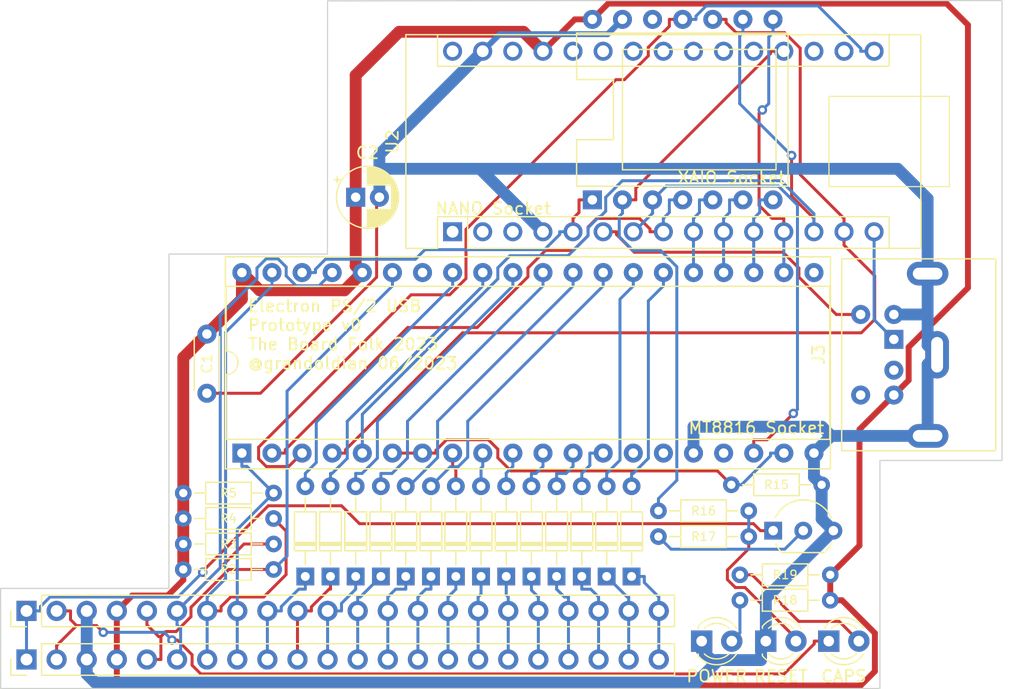
<source format=kicad_pcb>
(kicad_pcb (version 20221018) (generator pcbnew)
  (layers (0 "F.Cu" signal) (31 "B.Cu" signal) (34 "B.Paste" user) (35 "F.Paste" user) (36 "B.SilkS" user "B.Silkscreen") (37 "F.SilkS" user "F.Silkscreen") (38 "B.Mask" user) (39 "F.Mask" user) (44 "Edge.Cuts" user))
  (net 0 "")
  (net 1 "GND")
  (net 2 "+5V")
  (net 3 "CAPSLOCK")
  (net 4 "ROW0")
  (net 5 "ROW1")
  (net 6 "ROW2")
  (net 7 "ROW3")
  (net 8 "/A13")
  (net 9 "/A12")
  (net 10 "/A11")
  (net 11 "COL0")
  (net 12 "COL1")
  (net 13 "COL2")
  (net 14 "COL3")
  (net 15 "COL4")
  (net 16 "COL5")
  (net 17 "COL6")
  (net 18 "COL7")
  (net 19 "COL8")
  (net 20 "/A10")
  (net 21 "/A9")
  (net 22 "PS2-DATA")
  (net 24 "PS2-CLK")
  (net 26 "FLOAT")
  (net 27 "AY2")
  (net 28 "RESET")
  (net 29 "AX3")
  (net 30 "AX0")
  (net 31 "COL9")
  (net 32 "/A8")
  (net 33 "STROBE")
  (net 34 "AX1")
  (net 35 "AX2")
  (net 36 "AY0")
  (net 37 "AY1")
  (net 38 "/A7")
  (net 39 "DATA")
  (net 40 "/A6")
  (net 41 "/A5")
  (net 42 "/A0")
  (net 43 "/A1")
  (net 44 "/A2")
  (net 45 "/A3")
  (net 46 "/A4")
  (net 47 "COL10")
  (net 48 "COL11")
  (net 49 "COL12")
  (net 50 "COL13")
  (net 51 "Net-(D15-A)")
  (net 52 "Net-(D16-A)")
  (net 53 "Net-(D17-A)")
  (net 56 "!RST")
  (net 60 "Net-(Q1-B)")
  (net 61 "BREAK")
  (footprint "Diode_THT:D_DO-34_SOD68_P7.62mm_Horizontal" (layer "F.Cu") (at 82.875 106.64 90)
    (fp_text reference "D6" hide)
    (fp_text value "D" hide)
  )
  (footprint "Package_TO_SOT_THT:TO-92_Inline_Wide" (layer "F.Cu") (at 111.745 102.775)
    (fp_text reference "Q1" hide)
    (fp_text value "BC517" hide)
  )
  (footprint "Arduino:Arduino_Nano_WithMountingHoles" (layer "F.Cu") (at 84.7 77.54 90)
    (fp_text reference "U2")
    (fp_text value "NANO Socket")
  )
  (footprint "Diode_THT:D_DO-34_SOD68_P7.62mm_Horizontal" (layer "F.Cu") (at 84.975 106.64 90)
    (fp_text reference "D7" hide)
    (fp_text value "D" hide)
  )
  (footprint "Package_DIP:DIP-40_W15.24mm_Socket" (layer "F.Cu") (at 66.925 96.225 90)
    (fp_text reference "U1" hide)
    (fp_text value "MT8816 Socket")
  )
  (footprint "Resistor_THT:R_Axial_DIN0204_L3.6mm_D1.6mm_P7.62mm_Horizontal" (layer "F.Cu") (at 116.56 108.65 180)
    (fp_text reference "R18" hide)
    (fp_text value "1K" hide)
  )
  (footprint "Diode_THT:D_DO-34_SOD68_P7.62mm_Horizontal" (layer "F.Cu") (at 89.225 106.64 90)
    (fp_text reference "D9" hide)
    (fp_text value "D" hide)
  )
  (footprint "LED_THT:LED_D3.0mm" (layer "F.Cu") (at 116.435 112.1)
    (fp_text reference "D17" hide)
    (fp_text value "CAPS")
  )
  (footprint "Diode_THT:D_DO-34_SOD68_P7.62mm_Horizontal" (layer "F.Cu") (at 87.1 106.64 90)
    (fp_text reference "D8" hide)
    (fp_text value "D" hide)
  )
  (footprint "Resistor_THT:R_Axial_DIN0204_L3.6mm_D1.6mm_P7.62mm_Horizontal" (layer "F.Cu") (at 69.6 103.9 180)
    (fp_text reference "R3" hide)
    (fp_text value "R" hide)
  )
  (footprint "Resistor_THT:R_Axial_DIN0204_L3.6mm_D1.6mm_P7.62mm_Horizontal" (layer "F.Cu") (at 69.6 101.75 180)
    (fp_text reference "R4" hide)
    (fp_text value "R" hide)
  )
  (footprint "Arduino:Connector_Mini-DIN_Female_6Pin_2rows" (layer "F.Cu") (at 121.925 86.625 90)
    (fp_text reference "J3")
    (fp_text value "PS/2")
  )
  (footprint "Resistor_THT:R_Axial_DIN0204_L3.6mm_D1.6mm_P7.62mm_Horizontal" (layer "F.Cu") (at 102.065 103.275)
    (fp_text reference "R17" hide)
    (fp_text value "1K" hide)
  )
  (footprint "Diode_THT:D_DO-34_SOD68_P7.62mm_Horizontal" (layer "F.Cu") (at 99.8 106.64 90)
    (fp_text reference "D14" hide)
    (fp_text value "D" hide)
  )
  (footprint "Diode_THT:D_DO-34_SOD68_P7.62mm_Horizontal" (layer "F.Cu") (at 76.525 106.64 90)
    (fp_text reference "D3" hide)
    (fp_text value "D" hide)
  )
  (footprint "Diode_THT:D_DO-34_SOD68_P7.62mm_Horizontal" (layer "F.Cu") (at 80.75 106.64 90)
    (fp_text reference "D5" hide)
    (fp_text value "D" hide)
  )
  (footprint "LED_THT:LED_D3.0mm" (layer "F.Cu") (at 111.125 112.1)
    (fp_text reference "D16" hide)
    (fp_text value "RESET")
  )
  (footprint "Diode_THT:D_DO-34_SOD68_P7.62mm_Horizontal" (layer "F.Cu") (at 95.6 106.64 90)
    (fp_text reference "D12" hide)
    (fp_text value "D" hide)
  )
  (footprint "Connector_PinHeader_2.54mm:PinHeader_1x22_P2.54mm_Vertical" (layer "F.Cu") (at 48.755 113.65 90)
    (fp_text reference "CP1" hide)
    (fp_text value "KEYBOARD" hide)
  )
  (footprint "Resistor_THT:R_Axial_DIN0204_L3.6mm_D1.6mm_P7.62mm_Horizontal" (layer "F.Cu") (at 109.685 101.1 180)
    (fp_text reference "R16" hide)
    (fp_text value "470R" hide)
  )
  (footprint "Resistor_THT:R_Axial_DIN0204_L3.6mm_D1.6mm_P7.62mm_Horizontal" (layer "F.Cu") (at 69.6 99.6 180)
    (fp_text reference "R5" hide)
    (fp_text value "R" hide)
  )
  (footprint "Resistor_THT:R_Axial_DIN0204_L3.6mm_D1.6mm_P7.62mm_Horizontal" (layer "F.Cu") (at 69.6 106.05 180)
    (fp_text reference "R2" hide)
    (fp_text value "R" hide)
  )
  (footprint "Diode_THT:D_DO-34_SOD68_P7.62mm_Horizontal" (layer "F.Cu") (at 78.65 106.64 90)
    (fp_text reference "D4" hide)
    (fp_text value "D" hide)
  )
  (footprint "Arduino:XAIO 14PIN" (layer "F.Cu") (at 96.491 74.85 90)
    (fp_text reference "U7" hide)
    (fp_text value "XAIO Socket")
  )
  (footprint "Diode_THT:D_DO-34_SOD68_P7.62mm_Horizontal" (layer "F.Cu") (at 97.7 106.64 90)
    (fp_text reference "D13" hide)
    (fp_text value "D" hide)
  )
  (footprint "Capacitor_THT:CP_Radial_D5.0mm_P2.00mm" (layer "F.Cu") (at 76.525 74.625)
    (fp_text reference "C2")
    (fp_text value "47uF")
  )
  (footprint "Capacitor_THT:C_Disc_D4.3mm_W1.9mm_P5.00mm" (layer "F.Cu") (at 63.975 91.175 90)
    (fp_text reference "C1" hide)
    (fp_text value "47nF" hide)
  )
  (footprint "Diode_THT:D_DO-34_SOD68_P7.62mm_Horizontal" (layer "F.Cu") (at 91.35 106.64 90)
    (fp_text reference "D10" hide)
    (fp_text value "D" hide)
  )
  (footprint "Connector_PinHeader_2.54mm:PinHeader_1x22_P2.54mm_Vertical" (layer "F.Cu") (at 48.755 109.55 90)
    (fp_text reference "CP2" hide)
    (fp_text value "KEYBOARD" hide)
  )
  (footprint "LED_THT:LED_D3.0mm" (layer "F.Cu") (at 105.71 112.1)
    (fp_text reference "D15" hide)
    (fp_text value "POWER")
  )
  (footprint "Diode_THT:D_DO-34_SOD68_P7.62mm_Horizontal" (layer "F.Cu") (at 93.475 106.64 90)
    (fp_text reference "D11" hide)
    (fp_text value "D" hide)
  )
  (footprint "Resistor_THT:R_Axial_DIN0204_L3.6mm_D1.6mm_P7.62mm_Horizontal" (layer "F.Cu") (at 116.56 106.5 180)
    (fp_text reference "R19" hide)
    (fp_text value "1K" hide)
  )
  (footprint "Resistor_THT:R_Axial_DIN0204_L3.6mm_D1.6mm_P7.62mm_Horizontal" (layer "F.Cu") (at 108.215 98.9)
    (fp_text reference "R15" hide)
    (fp_text value "10K" hide)
  )
  (footprint "Diode_THT:D_DO-34_SOD68_P7.62mm_Horizontal" (layer "F.Cu") (at 74.4 106.64 90)
    (fp_text reference "D2" hide)
    (fp_text value "D" hide)
  )
  (footprint "Diode_THT:D_DO-34_SOD68_P7.62mm_Horizontal" (layer "F.Cu") (at 72.275 106.64 90)
    (fp_text reference "D1" hide)
    (fp_text value "D" hide)
  )
  (gr_poly (pts (xy 96.319135 58.025) (xy 131.05 58.025) (xy 131.05 96.850204) (xy 120.75 96.850204) (xy 120.75 116.100204) (xy 46.575 116.100204) (xy 46.569135 107.65) (xy 60.769135 107.65) (xy 60.775 79.425) (xy 74.144135 79.425) (xy 74.15 58.05)) (stroke (width 0.1)) (fill none) (layer "Edge.Cuts"))
  (gr_text "Electron PS/2 USB\nPrototype v0\nThe Board Folk 2023\n@grandoldian 06/2023" (at 67.35 89.225) (layer "F.SilkS") (effects (font (size 1 1)) (justify left bottom)))
  (segment (start 78.2905 74.8595) (end 78.2905 81.3731) (width 0.25) (layer "F.Cu") (net 1))
  (segment (start 78.525 74.625) (end 78.2905 74.8595) (width 0.25) (layer "F.Cu") (net 1))
  (segment (start 78.2905 81.3731) (end 68.4886 91.175) (width 0.25) (layer "F.Cu") (net 1))
  (segment (start 68.4886 91.175) (end 63.975 91.175) (width 0.25) (layer "F.Cu") (net 1))
  (segment (start 124.775 88.725) (end 125.575 87.925) (width 1) (layer "B.Cu") (net 1))
  (segment (start 87.005 72.225) (end 122.25 72.225) (width 1) (layer "B.Cu") (net 1))
  (segment (start 110.725 113.7) (end 110.725 112.5) (width 1) (layer "B.Cu") (net 1))
  (segment (start 115.835 98.9) (end 115.835 101.785) (width 1) (layer "B.Cu") (net 1))
  (segment (start 105.71 112.86) (end 106.55 113.7) (width 1) (layer "B.Cu") (net 1))
  (segment (start 124.775 94.775) (end 124.775 88.725) (width 1) (layer "B.Cu") (net 1))
  (segment (start 87.005 72.225) (end 78.525 72.225) (width 1) (layer "B.Cu") (net 1))
  (segment (start 92.32 77.54) (end 87.005 72.225) (width 1) (layer "B.Cu") (net 1))
  (segment (start 53.835 114.885) (end 54.55 115.6) (width 1) (layer "B.Cu") (net 1))
  (segment (start 111.125 112.1) (end 111.125 108.475) (width 1) (layer "B.Cu") (net 1))
  (segment (start 124.775 94.775) (end 116.635 94.775) (width 1) (layer "B.Cu") (net 1))
  (segment (start 105.25 115.6) (end 107.15 113.7) (width 1) (layer "B.Cu") (net 1))
  (segment (start 111.125 108.475) (end 116.825 102.775) (width 1) (layer "B.Cu") (net 1))
  (segment (start 105.71 112.1) (end 105.71 112.86) (width 1) (layer "B.Cu") (net 1))
  (segment (start 121.925 84.525) (end 124.6 84.525) (width 1) (layer "B.Cu") (net 1))
  (segment (start 122.25 72.225) (end 124.775 74.75) (width 1) (layer "B.Cu") (net 1))
  (segment (start 107.15 113.7) (end 110.725 113.7) (width 1) (layer "B.Cu") (net 1))
  (segment (start 115.835 101.785) (end 116.825 102.775) (width 1) (layer "B.Cu") (net 1))
  (segment (start 105.025 94) (end 115.86 94) (width 1) (layer "B.Cu") (net 1))
  (segment (start 97.781 60.86) (end 88.68 60.86) (width 0.5) (layer "B.Cu") (net 1))
  (segment (start 78.525 72.225) (end 78.525 71.015) (width 1) (layer "B.Cu") (net 1))
  (segment (start 106.55 113.7) (end 107.15 113.7) (width 1) (layer "B.Cu") (net 1))
  (segment (start 115.86 94) (end 116.635 94.775) (width 1) (layer "B.Cu") (net 1))
  (segment (start 124.775 81.075) (end 124.775 84.7) (width 1) (layer "B.Cu") (net 1))
  (segment (start 78.525 71.015) (end 87.24 62.3) (width 1) (layer "B.Cu") (net 1))
  (segment (start 124.775 87.125) (end 125.575 87.925) (width 1) (layer "B.Cu") (net 1))
  (segment (start 99.031 59.61) (end 97.781 60.86) (width 0.5) (layer "B.Cu") (net 1))
  (segment (start 53.835 113.65) (end 53.835 109.55) (width 1) (layer "B.Cu") (net 1))
  (segment (start 110.725 112.5) (end 111.125 112.1) (width 1) (layer "B.Cu") (net 1))
  (segment (start 115.185 96.225) (end 115.185 98.25) (width 1) (layer "B.Cu") (net 1))
  (segment (start 88.68 60.86) (end 87.24 62.3) (width 0.5) (layer "B.Cu") (net 1))
  (segment (start 105.025 96.225) (end 105.025 94) (width 1) (layer "B.Cu") (net 1))
  (segment (start 115.185 98.25) (end 115.835 98.9) (width 1) (layer "B.Cu") (net 1))
  (segment (start 124.775 84.7) (end 124.775 87.125) (width 1) (layer "B.Cu") (net 1))
  (segment (start 124.6 84.525) (end 124.775 84.7) (width 1) (layer "B.Cu") (net 1))
  (segment (start 54.55 115.6) (end 105.25 115.6) (width 1) (layer "B.Cu") (net 1))
  (segment (start 78.525 74.625) (end 78.525 72.225) (width 1) (layer "B.Cu") (net 1))
  (segment (start 124.775 74.75) (end 124.775 81.075) (width 1) (layer "B.Cu") (net 1))
  (segment (start 116.635 94.775) (end 115.185 96.225) (width 1) (layer "B.Cu") (net 1))
  (segment (start 53.835 113.65) (end 53.835 114.885) (width 1) (layer "B.Cu") (net 1))
  (segment (start 76.525 80.425) (end 77.085 80.985) (width 1) (layer "F.Cu") (net 2))
  (segment (start 123.175 90.075) (end 121.925 91.325) (width 0.5) (layer "F.Cu") (net 2))
  (segment (start 96.491 59.61) (end 95.01 59.61) (width 0.5) (layer "F.Cu") (net 2))
  (segment (start 75.585 82.485) (end 68.425 82.485) (width 1) (layer "F.Cu") (net 2))
  (segment (start 76.525 74.625) (end 76.525 64.325) (width 1) (layer "F.Cu") (net 2))
  (segment (start 119.025 104.035) (end 119.025 94.225) (width 0.5) (layer "F.Cu") (net 2))
  (segment (start 119.025 94.225) (end 121.925 91.325) (width 0.5) (layer "F.Cu") (net 2))
  (segment (start 76.525 74.625) (end 76.525 80.425) (width 1) (layer "F.Cu") (net 2))
  (segment (start 128.175 82.2744) (end 123.175 87.2744) (width 0.5) (layer "F.Cu") (net 2))
  (segment (start 66.925 83.225) (end 63.975 86.175) (width 1) (layer "F.Cu") (net 2))
  (segment (start 96.491 59.61) (end 97.826 58.275) (width 0.5) (layer "F.Cu") (net 2))
  (segment (start 119.125 115.85) (end 56.9 115.85) (width 0.5) (layer "F.Cu") (net 2))
  (segment (start 80.19 60.66) (end 90.68 60.66) (width 1) (layer "F.Cu") (net 2))
  (segment (start 97.826 58.275) (end 126.375 58.275) (width 0.5) (layer "F.Cu") (net 2))
  (segment (start 95.01 59.61) (end 92.32 62.3) (width 0.5) (layer "F.Cu") (net 2))
  (segment (start 90.68 60.66) (end 92.32 62.3) (width 1) (layer "F.Cu") (net 2))
  (segment (start 56.9 115.85) (end 56.375 115.325) (width 0.5) (layer "F.Cu") (net 2))
  (segment (start 116.56 108.65) (end 117.55 108.65) (width 0.5) (layer "F.Cu") (net 2))
  (segment (start 117.55 108.65) (end 120.325 111.425) (width 0.5) (layer "F.Cu") (net 2))
  (segment (start 116.56 106.5) (end 119.025 104.035) (width 0.5) (layer "F.Cu") (net 2))
  (segment (start 128.175 60.075) (end 128.175 82.2744) (width 0.5) (layer "F.Cu") (net 2))
  (segment (start 61.98 106.05) (end 61.98 103.9) (width 1) (layer "F.Cu") (net 2))
  (segment (start 77.085 80.985) (end 75.585 82.485) (width 1) (layer "F.Cu") (net 2))
  (segment (start 61.98 103.9) (end 61.98 101.75) (width 1) (layer "F.Cu") (net 2))
  (segment (start 120.325 114.65) (end 119.125 115.85) (width 0.5) (layer "F.Cu") (net 2))
  (segment (start 68.425 82.485) (end 66.925 80.985) (width 1) (layer "F.Cu") (net 2))
  (segment (start 56.375 113.65) (end 56.375 109.55) (width 0.5) (layer "F.Cu") (net 2))
  (segment (start 126.375 58.275) (end 128.175 60.075) (width 0.5) (layer "F.Cu") (net 2))
  (segment (start 57.675 108.25) (end 60.675 108.25) (width 0.5) (layer "F.Cu") (net 2))
  (segment (start 61.98 88.17) (end 63.975 86.175) (width 1) (layer "F.Cu") (net 2))
  (segment (start 116.56 106.5) (end 116.56 108.65) (width 0.5) (layer "F.Cu") (net 2))
  (segment (start 61.98 106.945) (end 61.98 106.05) (width 0.5) (layer "F.Cu") (net 2))
  (segment (start 56.375 115.325) (end 56.375 113.65) (width 0.5) (layer "F.Cu") (net 2))
  (segment (start 60.675 108.25) (end 61.98 106.945) (width 0.5) (layer "F.Cu") (net 2))
  (segment (start 66.925 80.985) (end 66.925 83.225) (width 1) (layer "F.Cu") (net 2))
  (segment (start 76.525 64.325) (end 80.19 60.66) (width 1) (layer "F.Cu") (net 2))
  (segment (start 61.98 101.75) (end 61.98 99.6) (width 1) (layer "F.Cu") (net 2))
  (segment (start 61.98 99.6) (end 61.98 88.17) (width 1) (layer "F.Cu") (net 2))
  (segment (start 120.325 111.425) (end 120.325 114.65) (width 0.5) (layer "F.Cu") (net 2))
  (segment (start 56.375 109.55) (end 57.675 108.25) (width 0.5) (layer "F.Cu") (net 2))
  (segment (start 123.175 87.2744) (end 123.175 90.075) (width 0.5) (layer "F.Cu") (net 2))
  (segment (start 61.0304 112.0154) (end 61.4882 112.0154) (width 0.25) (layer "F.Cu") (net 3))
  (segment (start 115.2099 112.3297) (end 115.2099 112.1) (width 0.25) (layer "F.Cu") (net 3))
  (segment (start 54.6648 110.7923) (end 55.23 111.3575) (width 0.25) (layer "F.Cu") (net 3))
  (segment (start 51.295 113.65) (end 51.295 112.4749) (width 0.25) (layer "F.Cu") (net 3))
  (segment (start 112.6714 114.8682) (end 115.2099 112.3297) (width 0.25) (layer "F.Cu") (net 3))
  (segment (start 52.9552 110.7923) (end 54.6648 110.7923) (width 0.25) (layer "F.Cu") (net 3))
  (segment (start 52.4701 110.2848) (end 52.9552 110.7699) (width 0.25) (layer "F.Cu") (net 3))
  (segment (start 116.435 112.1) (end 115.2099 112.1) (width 0.25) (layer "F.Cu") (net 3))
  (segment (start 52.9552 110.7923) (end 52.9552 110.8147) (width 0.25) (layer "F.Cu") (net 3))
  (segment (start 62.725 114.1371) (end 63.4561 114.8682) (width 0.25) (layer "F.Cu") (net 3))
  (segment (start 51.295 109.55) (end 52.4701 109.55) (width 0.25) (layer "F.Cu") (net 3))
  (segment (start 52.9552 110.8147) (end 51.295 112.4749) (width 0.25) (layer "F.Cu") (net 3))
  (segment (start 63.4561 114.8682) (end 112.6714 114.8682) (width 0.25) (layer "F.Cu") (net 3))
  (segment (start 52.9552 110.7699) (end 52.9552 110.7923) (width 0.25) (layer "F.Cu") (net 3))
  (segment (start 52.4701 109.55) (end 52.4701 110.2848) (width 0.25) (layer "F.Cu") (net 3))
  (segment (start 61.4882 112.0154) (end 62.725 113.2522) (width 0.25) (layer "F.Cu") (net 3))
  (segment (start 62.725 113.2522) (end 62.725 114.1371) (width 0.25) (layer "F.Cu") (net 3))
  (via (at 55.23 111.3575) (size 0.8) (drill 0.4) (layers "F.Cu" "B.Cu") (net 3))
  (via (at 61.0304 112.0154) (size 0.8) (drill 0.4) (layers "F.Cu" "B.Cu") (net 3))
  (segment (start 55.23 111.3575) (end 60.3725 111.3575) (width 0.25) (layer "B.Cu") (net 3))
  (segment (start 60.3725 111.3575) (end 61.0304 112.0154) (width 0.25) (layer "B.Cu") (net 3))
  (segment (start 69.6 106.05) (end 65.8258 106.05) (width 0.25) (layer "F.Cu") (net 4))
  (segment (start 62.6302 110.0389) (end 61.3788 111.2903) (width 0.25) (layer "F.Cu") (net 4))
  (segment (start 60.0901 111.7151) (end 59.905 111.7151) (width 0.25) (layer "F.Cu") (net 4))
  (segment (start 58.915 109.55) (end 58.915 110.7251) (width 0.25) (layer "F.Cu") (net 4))
  (segment (start 58.915 113.65) (end 60.0901 113.65) (width 0.25) (layer "F.Cu") (net 4))
  (segment (start 60.0901 111.7151) (end 60.0901 113.65) (width 0.25) (layer "F.Cu") (net 4))
  (segment (start 60.5149 111.2903) (end 60.0901 111.7151) (width 0.25) (layer "F.Cu") (net 4))
  (segment (start 65.8258 106.05) (end 62.6302 109.2456) (width 0.25) (layer "F.Cu") (net 4))
  (segment (start 59.905 111.7151) (end 58.915 110.7251) (width 0.25) (layer "F.Cu") (net 4))
  (segment (start 62.6302 109.2456) (end 62.6302 110.0389) (width 0.25) (layer "F.Cu") (net 4))
  (segment (start 61.3788 111.2903) (end 60.5149 111.2903) (width 0.25) (layer "F.Cu") (net 4))
  (segment (start 70.735 91.0001) (end 79.625 82.1101) (width 0.25) (layer "B.Cu") (net 4))
  (segment (start 79.625 80.985) (end 79.625 82.1101) (width 0.25) (layer "B.Cu") (net 4))
  (segment (start 70.735 104.915) (end 70.735 91.0001) (width 0.25) (layer "B.Cu") (net 4))
  (segment (start 69.6 106.05) (end 70.735 104.915) (width 0.25) (layer "B.Cu") (net 4))
  (segment (start 61.455 109.55) (end 67.105 103.9) (width 0.25) (layer "F.Cu") (net 5))
  (segment (start 67.105 103.9) (end 69.6 103.9) (width 0.25) (layer "F.Cu") (net 5))
  (segment (start 68.195 80.6011) (end 68.195 81.515) (width 0.25) (layer "B.Cu") (net 5))
  (segment (start 61.7559 113.3491) (end 61.7559 111.026) (width 0.25) (layer "B.Cu") (net 5))
  (segment (start 61.7559 111.026) (end 61.455 110.7251) (width 0.25) (layer "B.Cu") (net 5))
  (segment (start 74.545 80.985) (end 73.4128 82.1172) (width 0.25) (layer "B.Cu") (net 5))
  (segment (start 68.195 81.515) (end 65.1002 84.6098) (width 0.25) (layer "B.Cu") (net 5))
  (segment (start 70.6611 81.2613) (end 70.6611 80.5113) (width 0.25) (layer "B.Cu") (net 5))
  (segment (start 61.455 113.65) (end 61.7559 113.3491) (width 0.25) (layer "B.Cu") (net 5))
  (segment (start 61.455 109.55) (end 61.455 110.7251) (width 0.25) (layer "B.Cu") (net 5))
  (segment (start 73.4128 82.1172) (end 71.517 82.1172) (width 0.25) (layer "B.Cu") (net 5))
  (segment (start 70.6611 80.5113) (end 69.9824 79.8326) (width 0.25) (layer "B.Cu") (net 5))
  (segment (start 68.9635 79.8326) (end 68.195 80.6011) (width 0.25) (layer "B.Cu") (net 5))
  (segment (start 65.1002 105.9048) (end 61.455 109.55) (width 0.25) (layer "B.Cu") (net 5))
  (segment (start 71.517 82.1172) (end 70.6611 81.2613) (width 0.25) (layer "B.Cu") (net 5))
  (segment (start 69.9824 79.8326) (end 68.9635 79.8326) (width 0.25) (layer "B.Cu") (net 5))
  (segment (start 65.1002 84.6098) (end 65.1002 105.9048) (width 0.25) (layer "B.Cu") (net 5))
  (segment (start 65.1701 109.55) (end 65.1701 109.1827) (width 0.25) (layer "F.Cu") (net 6))
  (segment (start 68.7643 108.3749) (end 70.6545 106.4847) (width 0.25) (layer "F.Cu") (net 6))
  (segment (start 70.6545 102.8045) (end 69.6 101.75) (width 0.25) (layer "F.Cu") (net 6))
  (segment (start 65.1701 109.1827) (end 65.9779 108.3749) (width 0.25) (layer "F.Cu") (net 6))
  (segment (start 70.6545 106.4847) (end 70.6545 102.8045) (width 0.25) (layer "F.Cu") (net 6))
  (segment (start 63.995 109.55) (end 65.1701 109.55) (width 0.25) (layer "F.Cu") (net 6))
  (segment (start 65.9779 108.3749) (end 68.7643 108.3749) (width 0.25) (layer "F.Cu") (net 6))
  (segment (start 63.995 109.55) (end 63.995 108.3749) (width 0.25) (layer "B.Cu") (net 6))
  (segment (start 65.5504 106.8195) (end 65.5504 86.0247) (width 0.25) (layer "B.Cu") (net 6))
  (segment (start 65.5504 86.0247) (end 69.465 82.1101) (width 0.25) (layer "B.Cu") (net 6))
  (segment (start 69.465 80.985) (end 69.465 82.1101) (width 0.25) (layer "B.Cu") (net 6))
  (segment (start 63.995 108.3749) (end 65.5504 106.8195) (width 0.25) (layer "B.Cu") (net 6))
  (segment (start 63.995 113.65) (end 63.995 109.55) (width 0.25) (layer "B.Cu") (net 6))
  (segment (start 66.535 108.3749) (end 66.535 102.665) (width 0.25) (layer "B.Cu") (net 7))
  (segment (start 66.535 102.665) (end 69.6 99.6) (width 0.25) (layer "B.Cu") (net 7))
  (segment (start 66.535 109.55) (end 66.535 108.3749) (width 0.25) (layer "B.Cu") (net 7))
  (segment (start 69.6 99.6) (end 67.3501 97.3501) (width 0.25) (layer "B.Cu") (net 7))
  (segment (start 66.925 96.225) (end 66.925 97.3501) (width 0.25) (layer "B.Cu") (net 7))
  (segment (start 67.3501 97.3501) (end 66.925 97.3501) (width 0.25) (layer "B.Cu") (net 7))
  (segment (start 66.535 113.65) (end 66.535 109.55) (width 0.25) (layer "B.Cu") (net 7))
  (segment (start 69.075 109.55) (end 70.2501 109.55) (width 0.25) (layer "B.Cu") (net 8))
  (segment (start 69.075 113.65) (end 69.075 109.55) (width 0.25) (layer "B.Cu") (net 8))
  (segment (start 70.2501 109.55) (end 70.2501 109.1828) (width 0.25) (layer "B.Cu") (net 8))
  (segment (start 71.7178 107.7151) (end 72.275 107.7151) (width 0.25) (layer "B.Cu") (net 8))
  (segment (start 72.275 106.64) (end 72.275 107.7151) (width 0.25) (layer "B.Cu") (net 8))
  (segment (start 70.2501 109.1828) (end 71.7178 107.7151) (width 0.25) (layer "B.Cu") (net 8))
  (segment (start 74.4 106.64) (end 74.4 107.7151) (width 0.25) (layer "F.Cu") (net 9))
  (segment (start 71.615 109.55) (end 72.7901 109.55) (width 0.25) (layer "F.Cu") (net 9))
  (segment (start 74.2812 107.7151) (end 74.4 107.7151) (width 0.25) (layer "F.Cu") (net 9))
  (segment (start 72.7901 109.55) (end 72.7901 109.2062) (width 0.25) (layer "F.Cu") (net 9))
  (segment (start 72.7901 109.2062) (end 74.2812 107.7151) (width 0.25) (layer "F.Cu") (net 9))
  (segment (start 71.615 113.65) (end 71.615 109.55) (width 0.25) (layer "F.Cu") (net 9))
  (segment (start 76.525 106.64) (end 76.525 107.7151) (width 0.25) (layer "B.Cu") (net 10))
  (segment (start 74.155 109.55) (end 75.3301 109.55) (width 0.25) (layer "B.Cu") (net 10))
  (segment (start 74.155 113.65) (end 74.155 109.55) (width 0.25) (layer "B.Cu") (net 10))
  (segment (start 75.3301 108.91) (end 76.525 107.7151) (width 0.25) (layer "B.Cu") (net 10))
  (segment (start 75.3301 109.55) (end 75.3301 108.91) (width 0.25) (layer "B.Cu") (net 10))
  (segment (start 84.705 80.985) (end 84.705 82.1101) (width 0.25) (layer "B.Cu") (net 11))
  (segment (start 72.275 97.9449) (end 73.2002 97.0197) (width 0.25) (layer "B.Cu") (net 11))
  (segment (start 72.275 99.02) (end 72.275 97.9449) (width 0.25) (layer "B.Cu") (net 11))
  (segment (start 73.2002 93.6149) (end 84.705 82.1101) (width 0.25) (layer "B.Cu") (net 11))
  (segment (start 73.2002 97.0197) (end 73.2002 93.6149) (width 0.25) (layer "B.Cu") (net 11))
  (segment (start 74.5344 97.9449) (end 75.815 96.6643) (width 0.25) (layer "B.Cu") (net 12))
  (segment (start 74.4 97.9449) (end 74.5344 97.9449) (width 0.25) (layer "B.Cu") (net 12))
  (segment (start 75.815 96.6643) (end 75.815 93.5401) (width 0.25) (layer "B.Cu") (net 12))
  (segment (start 87.245 80.985) (end 87.245 82.1101) (width 0.25) (layer "B.Cu") (net 12))
  (segment (start 74.4 99.02) (end 74.4 97.9449) (width 0.25) (layer "B.Cu") (net 12))
  (segment (start 75.815 93.5401) (end 87.245 82.1101) (width 0.25) (layer "B.Cu") (net 12))
  (segment (start 76.525 97.9449) (end 77.0625 97.9449) (width 0.25) (layer "B.Cu") (net 13))
  (segment (start 78.355 96.6524) (end 78.355 93.5401) (width 0.25) (layer "B.Cu") (net 13))
  (segment (start 78.355 93.5401) (end 89.785 82.1101) (width 0.25) (layer "B.Cu") (net 13))
  (segment (start 77.0625 97.9449) (end 78.355 96.6524) (width 0.25) (layer "B.Cu") (net 13))
  (segment (start 76.525 99.02) (end 76.525 97.9449) (width 0.25) (layer "B.Cu") (net 13))
  (segment (start 89.785 80.985) (end 89.785 82.1101) (width 0.25) (layer "B.Cu") (net 13))
  (segment (start 80.895 93.5401) (end 92.325 82.1101) (width 0.25) (layer "B.Cu") (net 14))
  (segment (start 78.65 97.9449) (end 79.5907 97.9449) (width 0.25) (layer "B.Cu") (net 14))
  (segment (start 80.895 96.6406) (end 80.895 93.5401) (width 0.25) (layer "B.Cu") (net 14))
  (segment (start 92.325 80.985) (end 92.325 82.1101) (width 0.25) (layer "B.Cu") (net 14))
  (segment (start 79.5907 97.9449) (end 80.895 96.6406) (width 0.25) (layer "B.Cu") (net 14))
  (segment (start 78.65 99.02) (end 78.65 97.9449) (width 0.25) (layer "B.Cu") (net 14))
  (segment (start 80.75 99.02) (end 81.0248 99.02) (width 0.25) (layer "B.Cu") (net 15))
  (segment (start 94.865 80.985) (end 94.865 82.1101) (width 0.25) (layer "B.Cu") (net 15))
  (segment (start 83.435 93.5401) (end 94.865 82.1101) (width 0.25) (layer "B.Cu") (net 15))
  (segment (start 81.0248 99.02) (end 83.435 96.6098) (width 0.25) (layer "B.Cu") (net 15))
  (segment (start 83.435 96.6098) (end 83.435 93.5401) (width 0.25) (layer "B.Cu") (net 15))
  (segment (start 85.975 93.5401) (end 97.405 82.1101) (width 0.25) (layer "B.Cu") (net 16))
  (segment (start 82.875 99.02) (end 84.5169 97.3781) (width 0.25) (layer "B.Cu") (net 16))
  (segment (start 84.5169 97.3781) (end 85.1688 97.3781) (width 0.25) (layer "B.Cu") (net 16))
  (segment (start 97.405 80.985) (end 97.405 82.1101) (width 0.25) (layer "B.Cu") (net 16))
  (segment (start 85.1688 97.3781) (end 85.975 96.5719) (width 0.25) (layer "B.Cu") (net 16))
  (segment (start 85.975 96.5719) (end 85.975 93.5401) (width 0.25) (layer "B.Cu") (net 16))
  (segment (start 84.705 96.225) (end 84.705 97.3501) (width 0.25) (layer "F.Cu") (net 17))
  (segment (start 84.975 99.02) (end 84.975 97.6201) (width 0.25) (layer "F.Cu") (net 17))
  (segment (start 84.975 97.6201) (end 84.705 97.3501) (width 0.25) (layer "F.Cu") (net 17))
  (segment (start 87.245 96.225) (end 87.245 97.3501) (width 0.25) (layer "B.Cu") (net 18))
  (segment (start 87.1 97.4951) (end 87.245 97.3501) (width 0.25) (layer "B.Cu") (net 18))
  (segment (start 87.1 99.02) (end 87.1 97.4951) (width 0.25) (layer "B.Cu") (net 18))
  (segment (start 89.225 97.9101) (end 89.785 97.3501) (width 0.25) (layer "B.Cu") (net 19))
  (segment (start 89.785 96.225) (end 89.785 97.3501) (width 0.25) (layer "B.Cu") (net 19))
  (segment (start 89.225 99.02) (end 89.225 97.9101) (width 0.25) (layer "B.Cu") (net 19))
  (segment (start 76.9151 108.3749) (end 78.65 106.64) (width 0.25) (layer "B.Cu") (net 20))
  (segment (start 76.695 109.55) (end 76.695 108.3749) (width 0.25) (layer "B.Cu") (net 20))
  (segment (start 76.695 113.65) (end 76.695 109.55) (width 0.25) (layer "B.Cu") (net 20))
  (segment (start 76.695 108.3749) (end 76.9151 108.3749) (width 0.25) (layer "B.Cu") (net 20))
  (segment (start 80.75 106.64) (end 80.75 107.7151) (width 0.25) (layer "B.Cu") (net 21))
  (segment (start 79.8948 107.7151) (end 80.75 107.7151) (width 0.25) (layer "B.Cu") (net 21))
  (segment (start 79.235 108.3749) (end 79.8948 107.7151) (width 0.25) (layer "B.Cu") (net 21))
  (segment (start 79.235 113.65) (end 79.235 109.55) (width 0.25) (layer "B.Cu") (net 21))
  (segment (start 79.235 109.55) (end 79.235 108.3749) (width 0.25) (layer "B.Cu") (net 21))
  (segment (start 121.925 86.625) (end 120.26 84.96) (width 0.25) (layer "B.Cu") (net 22))
  (segment (start 120.26 84.96) (end 120.26 77.54) (width 0.25) (layer "B.Cu") (net 22))
  (segment (start 100.0169 79.265) (end 98.5251 77.7732) (width 0.25) (layer "F.Cu") (net 24))
  (segment (start 112.5643 79.265) (end 100.0169 79.265) (width 0.25) (layer "F.Cu") (net 24))
  (segment (start 119.125 84.525) (end 117.0684 84.525) (width 0.25) (layer "F.Cu") (net 24))
  (segment (start 117.0684 84.525) (end 113.915 81.3716) (width 0.25) (layer "F.Cu") (net 24))
  (segment (start 113.915 81.3716) (end 113.915 80.6157) (width 0.25) (layer "F.Cu") (net 24))
  (segment (start 97.4 77.54) (end 98.5251 77.54) (width 0.25) (layer "F.Cu") (net 24))
  (segment (start 98.5251 77.7732) (end 98.5251 77.54) (width 0.25) (layer "F.Cu") (net 24))
  (segment (start 113.915 80.6157) (end 112.5643 79.265) (width 0.25) (layer "F.Cu") (net 24))
  (segment (start 88.515 96.6239) (end 89.6214 97.7303) (width 0.25) (layer "F.Cu") (net 26))
  (segment (start 87.7174 95.0999) (end 88.515 95.8975) (width 0.25) (layer "F.Cu") (net 26))
  (segment (start 89.6214 97.7303) (end 107.0453 97.7303) (width 0.25) (layer "F.Cu") (net 26))
  (segment (start 83.2901 96.225) (end 83.2901 96.0034) (width 0.25) (layer "F.Cu") (net 26))
  (segment (start 79.625 96.225) (end 82.165 96.225) (width 0.25) (layer "F.Cu") (net 26))
  (segment (start 83.2901 96.0034) (end 84.1936 95.0999) (width 0.25) (layer "F.Cu") (net 26))
  (segment (start 84.1936 95.0999) (end 87.7174 95.0999) (width 0.25) (layer "F.Cu") (net 26))
  (segment (start 107.0453 97.7303) (end 108.215 98.9) (width 0.25) (layer "F.Cu") (net 26))
  (segment (start 88.515 95.8975) (end 88.515 96.6239) (width 0.25) (layer "F.Cu") (net 26))
  (segment (start 82.165 96.225) (end 83.2901 96.225) (width 0.25) (layer "F.Cu") (net 26))
  (segment (start 112.645 96.225) (end 111.5199 96.225) (width 0.25) (layer "B.Cu") (net 26))
  (segment (start 109.078 98.9) (end 111.5199 96.4581) (width 0.25) (layer "B.Cu") (net 26))
  (segment (start 108.215 98.9) (end 109.078 98.9) (width 0.25) (layer "B.Cu") (net 26))
  (segment (start 111.5199 96.4581) (end 111.5199 96.225) (width 0.25) (layer "B.Cu") (net 26))
  (segment (start 70.5901 96.225) (end 70.5901 95.9437) (width 0.25) (layer "F.Cu") (net 27))
  (segment (start 91.055 80.6013) (end 92.5411 79.1152) (width 0.25) (layer "F.Cu") (net 27))
  (segment (start 91.055 81.3428) (end 91.055 80.6013) (width 0.25) (layer "F.Cu") (net 27))
  (segment (start 96.13 77.1416) (end 96.8578 76.4138) (width 0.25) (layer "F.Cu") (net 27))
  (segment (start 102.48 77.54) (end 101.3549 77.54) (width 0.25) (layer "F.Cu") (net 27))
  (segment (start 80.9101 85.6237) (end 86.7741 85.6237) (width 0.25) (layer "F.Cu") (net 27))
  (segment (start 69.465 96.225) (end 70.5901 96.225) (width 0.25) (layer "F.Cu") (net 27))
  (segment (start 101.3549 77.3069) (end 101.3549 77.54) (width 0.25) (layer "F.Cu") (net 27))
  (segment (start 92.5411 79.1152) (end 94.8834 79.1152) (width 0.25) (layer "F.Cu") (net 27))
  (segment (start 70.5901 95.9437) (end 80.9101 85.6237) (width 0.25) (layer "F.Cu") (net 27))
  (segment (start 100.4618 76.4138) (end 101.3549 77.3069) (width 0.25) (layer "F.Cu") (net 27))
  (segment (start 96.8578 76.4138) (end 100.4618 76.4138) (width 0.25) (layer "F.Cu") (net 27))
  (segment (start 94.8834 79.1152) (end 96.13 77.8686) (width 0.25) (layer "F.Cu") (net 27))
  (segment (start 96.13 77.8686) (end 96.13 77.1416) (width 0.25) (layer "F.Cu") (net 27))
  (segment (start 86.7741 85.6237) (end 91.055 81.3428) (width 0.25) (layer "F.Cu") (net 27))
  (segment (start 102.48 77.54) (end 102.48 76.4149) (width 0.25) (layer "B.Cu") (net 27))
  (segment (start 102.48 76.4149) (end 102.9859 75.909) (width 0.25) (layer "B.Cu") (net 27))
  (segment (start 104.111 74.85) (end 102.9859 74.85) (width 0.25) (layer "B.Cu") (net 27))
  (segment (start 102.9859 75.909) (end 102.9859 74.85) (width 0.25) (layer "B.Cu") (net 27))
  (segment (start 85.8302 77.3471) (end 98.4777 64.6996) (width 0.25) (layer "F.Cu") (net 28))
  (segment (start 101.21 62.6898) (end 101.21 61.9675) (width 0.25) (layer "F.Cu") (net 28))
  (segment (start 68.3354 95.7286) (end 81.1982 82.8658) (width 0.25) (layer "F.Cu") (net 28))
  (segment (start 98.4777 64.6996) (end 99.2002 64.6996) (width 0.25) (layer "F.Cu") (net 28))
  (segment (start 84.4519 82.8658) (end 85.8302 81.4875) (width 0.25) (layer "F.Cu") (net 28))
  (segment (start 72.005 96.225) (end 70.8683 97.3617) (width 0.25) (layer "F.Cu") (net 28))
  (segment (start 70.8683 97.3617) (end 68.9868 97.3617) (width 0.25) (layer "F.Cu") (net 28))
  (segment (start 99.2002 64.6996) (end 101.21 62.6898) (width 0.25) (layer "F.Cu") (net 28))
  (segment (start 68.3354 96.7103) (end 68.3354 95.7286) (width 0.25) (layer "F.Cu") (net 28))
  (segment (start 81.1982 82.8658) (end 84.4519 82.8658) (width 0.25) (layer "F.Cu") (net 28))
  (segment (start 68.9868 97.3617) (end 68.3354 96.7103) (width 0.25) (layer "F.Cu") (net 28))
  (segment (start 104.111 59.61) (end 102.9859 59.61) (width 0.25) (layer "F.Cu") (net 28))
  (segment (start 102.9859 60.1916) (end 102.9859 59.61) (width 0.25) (layer "F.Cu") (net 28))
  (segment (start 85.8302 81.4875) (end 85.8302 77.3471) (width 0.25) (layer "F.Cu") (net 28))
  (segment (start 101.21 61.9675) (end 102.9859 60.1916) (width 0.25) (layer "F.Cu") (net 28))
  (segment (start 105.2361 59.61) (end 105.2361 59.3287) (width 0.25) (layer "B.Cu") (net 28))
  (segment (start 105.2361 59.3287) (end 106.0901 58.4747) (width 0.25) (layer "B.Cu") (net 28))
  (segment (start 119.1349 62.0669) (end 119.1349 62.3) (width 0.25) (layer "B.Cu") (net 28))
  (segment (start 115.5427 58.4747) (end 119.1349 62.0669) (width 0.25) (layer "B.Cu") (net 28))
  (segment (start 120.26 62.3) (end 119.1349 62.3) (width 0.25) (layer "B.Cu") (net 28))
  (segment (start 106.0901 58.4747) (end 115.5427 58.4747) (width 0.25) (layer "B.Cu") (net 28))
  (segment (start 104.111 59.61) (end 105.2361 59.61) (width 0.25) (layer "B.Cu") (net 28))
  (segment (start 107.7761 59.8914) (end 108.6198 60.7351) (width 0.25) (layer "F.Cu") (net 29))
  (segment (start 117.72 77.54) (end 117.72 78.6651) (width 0.25) (layer "F.Cu") (net 29))
  (segment (start 107.7761 59.61) (end 107.7761 59.8914) (width 0.25) (layer "F.Cu") (net 29))
  (segment (start 106.651 59.61) (end 107.7761 59.61) (width 0.25) (layer "F.Cu") (net 29))
  (segment (start 119.1777 86.0739) (end 120.3066 84.945) (width 0.25) (layer "F.Cu") (net 29))
  (segment (start 114.0265 62.0461) (end 114.0265 72.7214) (width 0.25) (layer "F.Cu") (net 29))
  (segment (start 75.6701 95.9437) (end 85.5399 86.0739) (width 0.25) (layer "F.Cu") (net 29))
  (segment (start 108.6198 60.7351) (end 112.7155 60.7351) (width 0.25) (layer "F.Cu") (net 29))
  (segment (start 114.0265 72.7214) (end 117.72 76.4149) (width 0.25) (layer "F.Cu") (net 29))
  (segment (start 75.6701 96.225) (end 75.6701 95.9437) (width 0.25) (layer "F.Cu") (net 29))
  (segment (start 120.3066 81.2517) (end 117.72 78.6651) (width 0.25) (layer "F.Cu") (net 29))
  (segment (start 112.7155 60.7351) (end 114.0265 62.0461) (width 0.25) (layer "F.Cu") (net 29))
  (segment (start 120.3066 84.945) (end 120.3066 81.2517) (width 0.25) (layer "F.Cu") (net 29))
  (segment (start 85.5399 86.0739) (end 119.1777 86.0739) (width 0.25) (layer "F.Cu") (net 29))
  (segment (start 74.545 96.225) (end 75.6701 96.225) (width 0.25) (layer "F.Cu") (net 29))
  (segment (start 117.72 77.54) (end 117.72 76.4149) (width 0.25) (layer "F.Cu") (net 29))
  (segment (start 113.2973 74.5322) (end 113.2973 71.1044) (width 0.25) (layer "F.Cu") (net 30))
  (segment (start 115.18 77.54) (end 115.18 76.4149) (width 0.25) (layer "F.Cu") (net 30))
  (segment (start 115.18 76.4149) (end 113.2973 74.5322) (width 0.25) (layer "F.Cu") (net 30))
  (via (at 113.2973 71.1044) (size 0.8) (drill 0.4) (layers "F.Cu" "B.Cu") (net 30))
  (segment (start 112.3941 73.2311) (end 99.0195 73.2311) (width 0.25) (layer "B.Cu") (net 30))
  (segment (start 88.515 80.5839) (end 88.515 81.515) (width 0.25) (layer "B.Cu") (net 30))
  (segment (start 88.515 81.515) (end 77.085 92.945) (width 0.25) (layer "B.Cu") (net 30))
  (segment (start 109.191 59.61) (end 109.191 60.7351) (width 0.25) (layer "B.Cu") (net 30))
  (segment (start 115.18 76.017) (end 112.3941 73.2311) (width 0.25) (layer "B.Cu") (net 30))
  (segment (start 97.0628 76.27) (end 96.13 77.2028) (width 0.25) (layer "B.Cu") (net 30))
  (segment (start 97.6162 75.804) (end 97.1502 76.27) (width 0.25) (layer "B.Cu") (net 30))
  (segment (start 108.9202 61.0059) (end 108.9202 66.7273) (width 0.25) (layer "B.Cu") (net 30))
  (segment (start 97.6162 74.6344) (end 97.6162 75.804) (width 0.25) (layer "B.Cu") (net 30))
  (segment (start 89.5336 79.5653) (end 88.515 80.5839) (width 0.25) (layer "B.Cu") (net 30))
  (segment (start 97.1502 76.27) (end 97.0628 76.27) (width 0.25) (layer "B.Cu") (net 30))
  (segment (start 99.0195 73.2311) (end 97.6162 74.6344) (width 0.25) (layer "B.Cu") (net 30))
  (segment (start 94.4333 79.5653) (end 89.5336 79.5653) (width 0.25) (layer "B.Cu") (net 30))
  (segment (start 77.085 92.945) (end 77.085 96.225) (width 0.25) (layer "B.Cu") (net 30))
  (segment (start 115.18 77.54) (end 115.18 76.4149) (width 0.25) (layer "B.Cu") (net 30))
  (segment (start 96.13 77.2028) (end 96.13 77.8686) (width 0.25) (layer "B.Cu") (net 30))
  (segment (start 109.191 60.7351) (end 108.9202 61.0059) (width 0.25) (layer "B.Cu") (net 30))
  (segment (start 115.18 76.4149) (end 115.18 76.017) (width 0.25) (layer "B.Cu") (net 30))
  (segment (start 96.13 77.8686) (end 94.4333 79.5653) (width 0.25) (layer "B.Cu") (net 30))
  (segment (start 108.9202 66.7273) (end 113.2973 71.1044) (width 0.25) (layer "B.Cu") (net 30))
  (segment (start 91.35 97.9449) (end 91.7302 97.9449) (width 0.25) (layer "B.Cu") (net 31))
  (segment (start 91.35 99.02) (end 91.35 97.9449) (width 0.25) (layer "B.Cu") (net 31))
  (segment (start 92.325 96.225) (end 92.325 97.3501) (width 0.25) (layer "B.Cu") (net 31))
  (segment (start 91.7302 97.9449) (end 92.325 97.3501) (width 0.25) (layer "B.Cu") (net 31))
  (segment (start 82.875 106.64) (end 82.875 107.7151) (width 0.25) (layer "B.Cu") (net 32))
  (segment (start 81.775 113.65) (end 81.775 109.55) (width 0.25) (layer "B.Cu") (net 32))
  (segment (start 82.4348 107.7151) (end 82.875 107.7151) (width 0.25) (layer "B.Cu") (net 32))
  (segment (start 81.775 109.55) (end 81.775 108.3749) (width 0.25) (layer "B.Cu") (net 32))
  (segment (start 81.775 108.3749) (end 82.4348 107.7151) (width 0.25) (layer "B.Cu") (net 32))
  (segment (start 110.105 95.0999) (end 111.2301 95.0999) (width 0.25) (layer "F.Cu") (net 33))
  (segment (start 111.2301 95.0999) (end 113.447 92.883) (width 0.25) (layer "F.Cu") (net 33))
  (segment (start 110.105 96.225) (end 110.105 95.0999) (width 0.25) (layer "F.Cu") (net 33))
  (via (at 113.447 92.883) (size 0.8) (drill 0.4) (layers "F.Cu" "B.Cu") (net 33))
  (segment (start 101.571 74.85) (end 102.7398 73.6812) (width 0.25) (layer "B.Cu") (net 33))
  (segment (start 101.571 74.85) (end 101.571 75.9751) (width 0.25) (layer "B.Cu") (net 33))
  (segment (start 113.793 75.2871) (end 113.793 92.537) (width 0.25) (layer "B.Cu") (net 33))
  (segment (start 102.7398 73.6812) (end 112.1871 73.6812) (width 0.25) (layer "B.Cu") (net 33))
  (segment (start 113.793 92.537) (end 113.447 92.883) (width 0.25) (layer "B.Cu") (net 33))
  (segment (start 112.1871 73.6812) (end 113.793 75.2871) (width 0.25) (layer "B.Cu") (net 33))
  (segment (start 100.5026 77.0435) (end 101.571 75.9751) (width 0.25) (layer "B.Cu") (net 33))
  (segment (start 100.5026 77.54) (end 100.5026 77.0435) (width 0.25) (layer "B.Cu") (net 33))
  (segment (start 99.94 77.54) (end 100.5026 77.54) (width 0.25) (layer "B.Cu") (net 33))
  (segment (start 112.64 77.54) (end 112.64 76.4149) (width 0.25) (layer "F.Cu") (net 34))
  (segment (start 110.554 67.5368) (end 110.8329 67.2579) (width 0.25) (layer "F.Cu") (net 34))
  (segment (start 111.6555 76.4149) (end 110.554 75.3134) (width 0.25) (layer "F.Cu") (net 34))
  (segment (start 110.554 75.3134) (end 110.554 67.5368) (width 0.25) (layer "F.Cu") (net 34))
  (segment (start 112.64 76.4149) (end 111.6555 76.4149) (width 0.25) (layer "F.Cu") (net 34))
  (via (at 110.8329 67.2579) (size 0.8) (drill 0.4) (layers "F.Cu" "B.Cu") (net 34))
  (segment (start 111.37 66.7208) (end 111.37 61.0961) (width 0.25) (layer "B.Cu") (net 34))
  (segment (start 112.645 80.985) (end 112.645 79.8599) (width 0.25) (layer "B.Cu") (net 34))
  (segment (start 110.8329 67.2579) (end 111.37 66.7208) (width 0.25) (layer "B.Cu") (net 34))
  (segment (start 111.731 59.61) (end 111.731 60.7351) (width 0.25) (layer "B.Cu") (net 34))
  (segment (start 112.645 79.8599) (end 112.64 79.8549) (width 0.25) (layer "B.Cu") (net 34))
  (segment (start 112.64 79.8549) (end 112.64 77.54) (width 0.25) (layer "B.Cu") (net 34))
  (segment (start 111.37 61.0961) (end 111.731 60.7351) (width 0.25) (layer "B.Cu") (net 34))
  (segment (start 111.731 74.85) (end 110.6059 74.85) (width 0.25) (layer "B.Cu") (net 35))
  (segment (start 110.1 79.8549) (end 110.1 77.54) (width 0.25) (layer "B.Cu") (net 35))
  (segment (start 110.105 80.985) (end 110.105 79.8599) (width 0.25) (layer "B.Cu") (net 35))
  (segment (start 110.1 77.54) (end 110.1 76.4149) (width 0.25) (layer "B.Cu") (net 35))
  (segment (start 110.1 76.4149) (end 110.6059 75.909) (width 0.25) (layer "B.Cu") (net 35))
  (segment (start 110.6059 75.909) (end 110.6059 74.85) (width 0.25) (layer "B.Cu") (net 35))
  (segment (start 110.105 79.8599) (end 110.1 79.8549) (width 0.25) (layer "B.Cu") (net 35))
  (segment (start 107.56 76.4149) (end 108.0659 75.909) (width 0.25) (layer "B.Cu") (net 36))
  (segment (start 107.56 79.8549) (end 107.56 77.54) (width 0.25) (layer "B.Cu") (net 36))
  (segment (start 108.0659 75.909) (end 108.0659 74.85) (width 0.25) (layer "B.Cu") (net 36))
  (segment (start 107.56 77.54) (end 107.56 76.4149) (width 0.25) (layer "B.Cu") (net 36))
  (segment (start 109.191 74.85) (end 108.0659 74.85) (width 0.25) (layer "B.Cu") (net 36))
  (segment (start 107.565 80.985) (end 107.565 79.8599) (width 0.25) (layer "B.Cu") (net 36))
  (segment (start 107.565 79.8599) (end 107.56 79.8549) (width 0.25) (layer "B.Cu") (net 36))
  (segment (start 106.651 74.85) (end 105.5259 74.85) (width 0.25) (layer "B.Cu") (net 37))
  (segment (start 105.025 79.8599) (end 105.02 79.8549) (width 0.25) (layer "B.Cu") (net 37))
  (segment (start 105.025 80.985) (end 105.025 79.8599) (width 0.25) (layer "B.Cu") (net 37))
  (segment (start 105.02 76.4149) (end 105.5259 75.909) (width 0.25) (layer "B.Cu") (net 37))
  (segment (start 105.02 77.54) (end 105.02 76.4149) (width 0.25) (layer "B.Cu") (net 37))
  (segment (start 105.02 79.8549) (end 105.02 77.54) (width 0.25) (layer "B.Cu") (net 37))
  (segment (start 105.5259 75.909) (end 105.5259 74.85) (width 0.25) (layer "B.Cu") (net 37))
  (segment (start 84.9748 107.7151) (end 84.975 107.7151) (width 0.25) (layer "B.Cu") (net 38))
  (segment (start 84.975 106.64) (end 84.975 107.7151) (width 0.25) (layer "B.Cu") (net 38))
  (segment (start 84.315 108.3749) (end 84.9748 107.7151) (width 0.25) (layer "B.Cu") (net 38))
  (segment (start 84.315 113.65) (end 84.315 109.55) (width 0.25) (layer "B.Cu") (net 38))
  (segment (start 84.315 109.55) (end 84.315 108.3749) (width 0.25) (layer "B.Cu") (net 38))
  (segment (start 94.86 76.4149) (end 95.3659 75.909) (width 0.25) (layer "F.Cu") (net 39))
  (segment (start 96.491 74.85) (end 95.3659 74.85) (width 0.25) (layer "F.Cu") (net 39))
  (segment (start 94.86 77.54) (end 94.86 76.4149) (width 0.25) (layer "F.Cu") (net 39))
  (segment (start 95.3659 75.909) (end 95.3659 74.85) (width 0.25) (layer "F.Cu") (net 39))
  (segment (start 93.7349 77.7731) (end 93.7349 77.54) (width 0.25) (layer "B.Cu") (net 39))
  (segment (start 73.1301 80.985) (end 73.1301 80.7036) (width 0.25) (layer "B.Cu") (net 39))
  (segment (start 73.1301 80.7036) (end 73.9738 79.8599) (width 0.25) (layer "B.Cu") (net 39))
  (segment (start 92.4587 79.0493) (end 93.7349 77.7731) (width 0.25) (layer "B.Cu") (net 39))
  (segment (start 94.86 77.54) (end 93.7349 77.54) (width 0.25) (layer "B.Cu") (net 39))
  (segment (start 81.5587 79.8599) (end 82.3693 79.0493) (width 0.25) (layer "B.Cu") (net 39))
  (segment (start 73.9738 79.8599) (end 81.5587 79.8599) (width 0.25) (layer "B.Cu") (net 39))
  (segment (start 82.3693 79.0493) (end 92.4587 79.0493) (width 0.25) (layer "B.Cu") (net 39))
  (segment (start 72.005 80.985) (end 73.1301 80.985) (width 0.25) (layer "B.Cu") (net 39))
  (segment (start 86.855 108.3749) (end 87.1 108.1299) (width 0.25) (layer "B.Cu") (net 40))
  (segment (start 86.855 109.55) (end 86.855 108.3749) (width 0.25) (layer "B.Cu") (net 40))
  (segment (start 87.1 108.1299) (end 87.1 106.64) (width 0.25) (layer "B.Cu") (net 40))
  (segment (start 86.855 113.65) (end 86.855 109.55) (width 0.25) (layer "B.Cu") (net 40))
  (segment (start 89.225 108.2049) (end 89.225 106.64) (width 0.25) (layer "B.Cu") (net 41))
  (segment (start 89.395 113.65) (end 89.395 109.55) (width 0.25) (layer "B.Cu") (net 41))
  (segment (start 89.395 108.3749) (end 89.225 108.2049) (width 0.25) (layer "B.Cu") (net 41))
  (segment (start 89.395 109.55) (end 89.395 108.3749) (width 0.25) (layer "B.Cu") (net 41))
  (segment (start 91.935 109.55) (end 91.935 108.3749) (width 0.25) (layer "B.Cu") (net 42))
  (segment (start 91.935 108.3749) (end 91.35 107.7899) (width 0.25) (layer "B.Cu") (net 42))
  (segment (start 91.935 113.65) (end 91.935 109.55) (width 0.25) (layer "B.Cu") (net 42))
  (segment (start 91.35 107.7899) (end 91.35 106.64) (width 0.25) (layer "B.Cu") (net 42))
  (segment (start 94.1348 108.3749) (end 93.475 107.7151) (width 0.25) (layer "B.Cu") (net 43))
  (segment (start 94.475 113.65) (end 94.475 109.55) (width 0.25) (layer "B.Cu") (net 43))
  (segment (start 94.475 108.3749) (end 94.1348 108.3749) (width 0.25) (layer "B.Cu") (net 43))
  (segment (start 94.475 109.55) (end 94.475 108.3749) (width 0.25) (layer "B.Cu") (net 43))
  (segment (start 93.475 106.64) (end 93.475 107.7151) (width 0.25) (layer "B.Cu") (net 43))
  (segment (start 97.015 109.55) (end 97.015 108.3749) (width 0.25) (layer "B.Cu") (net 44))
  (segment (start 95.6 106.64) (end 95.6 107.7151) (width 0.25) (layer "B.Cu") (net 44))
  (segment (start 97.015 108.3749) (end 96.3552 107.7151) (width 0.25) (layer "B.Cu") (net 44))
  (segment (start 97.015 113.65) (end 97.015 109.55) (width 0.25) (layer "B.Cu") (net 44))
  (segment (start 96.3552 107.7151) (end 95.6 107.7151) (width 0.25) (layer "B.Cu") (net 44))
  (segment (start 99.555 108.3749) (end 99.4349 108.3749) (width 0.25) (layer "B.Cu") (net 45))
  (segment (start 99.555 109.55) (end 99.555 108.3749) (width 0.25) (layer "B.Cu") (net 45))
  (segment (start 99.4349 108.3749) (end 97.7 106.64) (width 0.25) (layer "B.Cu") (net 45))
  (segment (start 99.555 113.65) (end 99.555 109.55) (width 0.25) (layer "B.Cu") (net 45))
  (segment (start 102.095 108.3749) (end 100.8751 107.155) (width 0.25) (layer "B.Cu") (net 46))
  (segment (start 100.8751 107.155) (end 100.8751 106.64) (width 0.25) (layer "B.Cu") (net 46))
  (segment (start 102.095 109.55) (end 102.095 108.3749) (width 0.25) (layer "B.Cu") (net 46))
  (segment (start 99.8 106.64) (end 100.8751 106.64) (width 0.25) (layer "B.Cu") (net 46))
  (segment (start 102.095 113.65) (end 102.095 109.55) (width 0.25) (layer "B.Cu") (net 46))
  (segment (start 94.865 96.225) (end 94.865 97.3501) (width 0.25) (layer "B.Cu") (net 47))
  (segment (start 93.475 97.9449) (end 94.2702 97.9449) (width 0.25) (layer "B.Cu") (net 47))
  (segment (start 94.2702 97.9449) (end 94.865 97.3501) (width 0.25) (layer "B.Cu") (net 47))
  (segment (start 93.475 99.02) (end 93.475 97.9449) (width 0.25) (layer "B.Cu") (net 47))
  (segment (start 95.6 99.02) (end 95.6 97.9449) (width 0.25) (layer "B.Cu") (net 48))
  (segment (start 97.405 96.225) (end 96.2799 96.225) (width 0.25) (layer "B.Cu") (net 48))
  (segment (start 95.6 97.9449) (end 96.2799 97.265) (width 0.25) (layer "B.Cu") (net 48))
  (segment (start 96.2799 97.265) (end 96.2799 96.225) (width 0.25) (layer "B.Cu") (net 48))
  (segment (start 99.945 80.985) (end 99.945 82.1101) (width 0.25) (layer "B.Cu") (net 49))
  (segment (start 99.945 82.1101) (end 98.8199 83.2352) (width 0.25) (layer "B.Cu") (net 49))
  (segment (start 98.8199 83.2352) (end 98.8199 96.825) (width 0.25) (layer "B.Cu") (net 49))
  (segment (start 97.7 99.02) (end 97.7 97.9449) (width 0.25) (layer "B.Cu") (net 49))
  (segment (start 98.8199 96.825) (end 97.7 97.9449) (width 0.25) (layer "B.Cu") (net 49))
  (segment (start 102.485 80.985) (end 102.485 82.1101) (width 0.25) (layer "B.Cu") (net 50))
  (segment (start 99.8 99.02) (end 99.8 97.9449) (width 0.25) (layer "B.Cu") (net 50))
  (segment (start 101.215 96.6643) (end 101.215 83.3801) (width 0.25) (layer "B.Cu") (net 50))
  (segment (start 99.9344 97.9449) (end 101.215 96.6643) (width 0.25) (layer "B.Cu") (net 50))
  (segment (start 99.8 97.9449) (end 99.9344 97.9449) (width 0.25) (layer "B.Cu") (net 50))
  (segment (start 101.215 83.3801) (end 102.485 82.1101) (width 0.25) (layer "B.Cu") (net 50))
  (segment (start 108.25 112.1) (end 108.94 111.41) (width 0.25) (layer "B.Cu") (net 51))
  (segment (start 108.94 111.41) (end 108.94 108.65) (width 0.25) (layer "B.Cu") (net 51))
  (segment (start 107.882 106.1031) (end 107.882 106.9045) (width 0.25) (layer "F.Cu") (net 52))
  (segment (start 108.5525 107.575) (end 109.3705 107.575) (width 0.25) (layer "F.Cu") (net 52))
  (segment (start 109.685 104.3001) (end 107.882 106.1031) (width 0.25) (layer "F.Cu") (net 52))
  (segment (start 109.685 103.275) (end 109.685 104.3001) (width 0.25) (layer "F.Cu") (net 52))
  (segment (start 107.882 106.9045) (end 108.5525 107.575) (width 0.25) (layer "F.Cu") (net 52))
  (segment (start 109.3705 107.575) (end 113.665 111.8695) (width 0.25) (layer "F.Cu") (net 52))
  (segment (start 113.665 111.8695) (end 113.665 112.1) (width 0.25) (layer "F.Cu") (net 52))
  (segment (start 109.685 101.1) (end 109.685 103.275) (width 0.25) (layer "B.Cu") (net 52))
  (segment (start 118.975 112.1) (end 117.3093 110.4343) (width 0.25) (layer "F.Cu") (net 53))
  (segment (start 108.94 106.5) (end 109.9651 106.5) (width 0.25) (layer "F.Cu") (net 53))
  (segment (start 117.3093 110.4343) (end 113.8994 110.4343) (width 0.25) (layer "F.Cu") (net 53))
  (segment (start 113.8994 110.4343) (end 109.9651 106.5) (width 0.25) (layer "F.Cu") (net 53))
  (segment (start 75.3313 100.675) (end 69.1459 100.675) (width 0.25) (layer "F.Cu") (net 56))
  (segment (start 111.745 102.775) (end 110.6699 102.775) (width 0.25) (layer "F.Cu") (net 56))
  (segment (start 63.6152 106.2057) (end 63.6152 106.2881) (width 0.25) (layer "F.Cu") (net 56))
  (segment (start 110.0824 102.1875) (end 76.8438 102.1875) (width 0.25) (layer "F.Cu") (net 56))
  (segment (start 110.6699 102.775) (end 110.0824 102.1875) (width 0.25) (layer "F.Cu") (net 56))
  (segment (start 76.8438 102.1875) (end 75.3313 100.675) (width 0.25) (layer "F.Cu") (net 56))
  (segment (start 69.1459 100.675) (end 63.6152 106.2057) (width 0.25) (layer "F.Cu") (net 56))
  (via (at 63.6152 106.2881) (size 0.8) (drill 0.4) (layers "F.Cu" "B.Cu") (net 56))
  (segment (start 49.9301 109.1827) (end 49.9301 109.55) (width 0.25) (layer "B.Cu") (net 56))
  (segment (start 61.5284 108.3749) (end 50.7379 108.3749) (width 0.25) (layer "B.Cu") (net 56))
  (segment (start 48.755 113.65) (end 48.755 109.55) (width 0.25) (layer "B.Cu") (net 56))
  (segment (start 48.755 109.55) (end 49.9301 109.55) (width 0.25) (layer "B.Cu") (net 56))
  (segment (start 63.6152 106.2881) (end 61.5284 108.3749) (width 0.25) (layer "B.Cu") (net 56))
  (segment (start 50.7379 108.3749) (end 49.9301 109.1827) (width 0.25) (layer "B.Cu") (net 56))
  (segment (start 112.7186 104.3414) (end 114.285 102.775) (width 0.25) (layer "B.Cu") (net 60))
  (segment (start 103.1314 104.3414) (end 112.7186 104.3414) (width 0.25) (layer "B.Cu") (net 60))
  (segment (start 102.065 103.275) (end 103.1314 104.3414) (width 0.25) (layer "B.Cu") (net 60))
  (segment (start 111.5149 62.3) (end 111.5149 62.4986) (width 0.25) (layer "F.Cu") (net 61))
  (segment (start 112.64 62.3) (end 111.5149 62.3) (width 0.25) (layer "F.Cu") (net 61))
  (segment (start 99.031 74.85) (end 100.1561 74.85) (width 0.25) (layer "F.Cu") (net 61))
  (segment (start 100.1561 73.8574) (end 100.1561 74.85) (width 0.25) (layer "F.Cu") (net 61))
  (segment (start 111.5149 62.4986) (end 100.1561 73.8574) (width 0.25) (layer "F.Cu") (net 61))
  (segment (start 99.9199 79.1202) (end 98.7602 77.9605) (width 0.25) (layer "B.Cu") (net 61))
  (segment (start 98.7602 77.9605) (end 98.7602 76.2459) (width 0.25) (layer "B.Cu") (net 61))
  (segment (start 102.065 100.0749) (end 103.6155 98.5244) (width 0.25) (layer "B.Cu") (net 61))
  (segment (start 99.031 74.85) (end 99.031 75.9751) (width 0.25) (layer "B.Cu") (net 61))
  (segment (start 103.6155 80.4919) (end 102.2438 79.1202) (width 0.25) (layer "B.Cu") (net 61))
  (segment (start 98.7602 76.2459) (end 99.031 75.9751) (width 0.25) (layer "B.Cu") (net 61))
  (segment (start 102.065 101.1) (end 102.065 100.0749) (width 0.25) (layer "B.Cu") (net 61))
  (segment (start 102.2438 79.1202) (end 99.9199 79.1202) (width 0.25) (layer "B.Cu") (net 61))
  (segment (start 103.6155 98.5244) (end 103.6155 80.4919) (width 0.25) (layer "B.Cu") (net 61))
)
</source>
